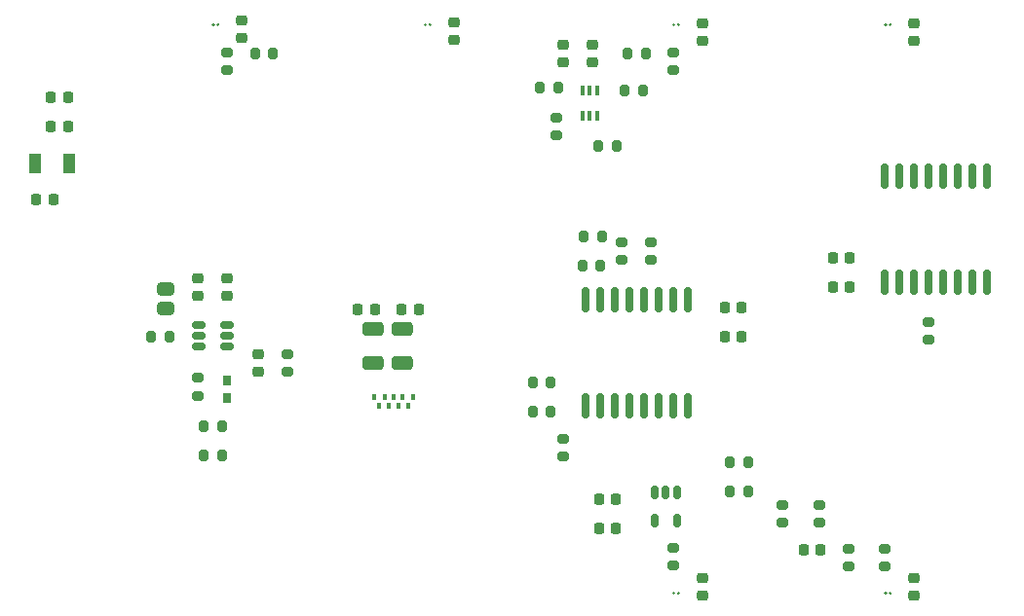
<source format=gbr>
G04*
G04 #@! TF.GenerationSoftware,Altium Limited,Altium Designer,24.8.2 (39)*
G04*
G04 Layer_Color=128*
%FSLAX25Y25*%
%MOIN*%
G70*
G04*
G04 #@! TF.SameCoordinates,D82A07EB-257E-4463-BA9E-A140894E8D54*
G04*
G04*
G04 #@! TF.FilePolarity,Positive*
G04*
G01*
G75*
G04:AMPARAMS|DCode=29|XSize=32.28mil|YSize=38.58mil|CornerRadius=8.23mil|HoleSize=0mil|Usage=FLASHONLY|Rotation=180.000|XOffset=0mil|YOffset=0mil|HoleType=Round|Shape=RoundedRectangle|*
%AMROUNDEDRECTD29*
21,1,0.03228,0.02212,0,0,180.0*
21,1,0.01582,0.03858,0,0,180.0*
1,1,0.01647,-0.00791,0.01106*
1,1,0.01647,0.00791,0.01106*
1,1,0.01647,0.00791,-0.01106*
1,1,0.01647,-0.00791,-0.01106*
%
%ADD29ROUNDEDRECTD29*%
G04:AMPARAMS|DCode=35|XSize=34.25mil|YSize=38.19mil|CornerRadius=8.73mil|HoleSize=0mil|Usage=FLASHONLY|Rotation=90.000|XOffset=0mil|YOffset=0mil|HoleType=Round|Shape=RoundedRectangle|*
%AMROUNDEDRECTD35*
21,1,0.03425,0.02072,0,0,90.0*
21,1,0.01678,0.03819,0,0,90.0*
1,1,0.01747,0.01036,0.00839*
1,1,0.01747,0.01036,-0.00839*
1,1,0.01747,-0.01036,-0.00839*
1,1,0.01747,-0.01036,0.00839*
%
%ADD35ROUNDEDRECTD35*%
G04:AMPARAMS|DCode=36|XSize=34.25mil|YSize=38.19mil|CornerRadius=8.73mil|HoleSize=0mil|Usage=FLASHONLY|Rotation=0.000|XOffset=0mil|YOffset=0mil|HoleType=Round|Shape=RoundedRectangle|*
%AMROUNDEDRECTD36*
21,1,0.03425,0.02072,0,0,0.0*
21,1,0.01678,0.03819,0,0,0.0*
1,1,0.01747,0.00839,-0.01036*
1,1,0.01747,-0.00839,-0.01036*
1,1,0.01747,-0.00839,0.01036*
1,1,0.01747,0.00839,0.01036*
%
%ADD36ROUNDEDRECTD36*%
G04:AMPARAMS|DCode=39|XSize=32.28mil|YSize=38.58mil|CornerRadius=8.23mil|HoleSize=0mil|Usage=FLASHONLY|Rotation=270.000|XOffset=0mil|YOffset=0mil|HoleType=Round|Shape=RoundedRectangle|*
%AMROUNDEDRECTD39*
21,1,0.03228,0.02212,0,0,270.0*
21,1,0.01582,0.03858,0,0,270.0*
1,1,0.01647,-0.01106,-0.00791*
1,1,0.01647,-0.01106,0.00791*
1,1,0.01647,0.01106,0.00791*
1,1,0.01647,0.01106,-0.00791*
%
%ADD39ROUNDEDRECTD39*%
G04:AMPARAMS|DCode=90|XSize=45.67mil|YSize=23.62mil|CornerRadius=5.91mil|HoleSize=0mil|Usage=FLASHONLY|Rotation=180.000|XOffset=0mil|YOffset=0mil|HoleType=Round|Shape=RoundedRectangle|*
%AMROUNDEDRECTD90*
21,1,0.04567,0.01181,0,0,180.0*
21,1,0.03386,0.02362,0,0,180.0*
1,1,0.01181,-0.01693,0.00591*
1,1,0.01181,0.01693,0.00591*
1,1,0.01181,0.01693,-0.00591*
1,1,0.01181,-0.01693,-0.00591*
%
%ADD90ROUNDEDRECTD90*%
G04:AMPARAMS|DCode=91|XSize=33.47mil|YSize=13.78mil|CornerRadius=3.45mil|HoleSize=0mil|Usage=FLASHONLY|Rotation=90.000|XOffset=0mil|YOffset=0mil|HoleType=Round|Shape=RoundedRectangle|*
%AMROUNDEDRECTD91*
21,1,0.03347,0.00689,0,0,90.0*
21,1,0.02657,0.01378,0,0,90.0*
1,1,0.00689,0.00345,0.01329*
1,1,0.00689,0.00345,-0.01329*
1,1,0.00689,-0.00345,-0.01329*
1,1,0.00689,-0.00345,0.01329*
%
%ADD91ROUNDEDRECTD91*%
G04:AMPARAMS|DCode=92|XSize=47.24mil|YSize=24.02mil|CornerRadius=5.88mil|HoleSize=0mil|Usage=FLASHONLY|Rotation=90.000|XOffset=0mil|YOffset=0mil|HoleType=Round|Shape=RoundedRectangle|*
%AMROUNDEDRECTD92*
21,1,0.04724,0.01225,0,0,90.0*
21,1,0.03548,0.02402,0,0,90.0*
1,1,0.01177,0.00612,0.01774*
1,1,0.01177,0.00612,-0.01774*
1,1,0.01177,-0.00612,-0.01774*
1,1,0.01177,-0.00612,0.01774*
%
%ADD92ROUNDEDRECTD92*%
G04:AMPARAMS|DCode=93|XSize=84.65mil|YSize=25.59mil|CornerRadius=6.27mil|HoleSize=0mil|Usage=FLASHONLY|Rotation=270.000|XOffset=0mil|YOffset=0mil|HoleType=Round|Shape=RoundedRectangle|*
%AMROUNDEDRECTD93*
21,1,0.08465,0.01305,0,0,270.0*
21,1,0.07211,0.02559,0,0,270.0*
1,1,0.01254,-0.00653,-0.03605*
1,1,0.01254,-0.00653,0.03605*
1,1,0.01254,0.00653,0.03605*
1,1,0.01254,0.00653,-0.03605*
%
%ADD93ROUNDEDRECTD93*%
G04:AMPARAMS|DCode=94|XSize=42.91mil|YSize=68.9mil|CornerRadius=9.87mil|HoleSize=0mil|Usage=FLASHONLY|Rotation=180.000|XOffset=0mil|YOffset=0mil|HoleType=Round|Shape=RoundedRectangle|*
%AMROUNDEDRECTD94*
21,1,0.04291,0.04916,0,0,180.0*
21,1,0.02317,0.06890,0,0,180.0*
1,1,0.01974,-0.01159,0.02458*
1,1,0.01974,0.01159,0.02458*
1,1,0.01974,0.01159,-0.02458*
1,1,0.01974,-0.01159,-0.02458*
%
%ADD94ROUNDEDRECTD94*%
G04:AMPARAMS|DCode=95|XSize=34.06mil|YSize=28.35mil|CornerRadius=7.09mil|HoleSize=0mil|Usage=FLASHONLY|Rotation=90.000|XOffset=0mil|YOffset=0mil|HoleType=Round|Shape=RoundedRectangle|*
%AMROUNDEDRECTD95*
21,1,0.03406,0.01417,0,0,90.0*
21,1,0.01988,0.02835,0,0,90.0*
1,1,0.01417,0.00709,0.00994*
1,1,0.01417,0.00709,-0.00994*
1,1,0.01417,-0.00709,-0.00994*
1,1,0.01417,-0.00709,0.00994*
%
%ADD95ROUNDEDRECTD95*%
%ADD96R,0.01181X0.01968*%
G04:AMPARAMS|DCode=98|XSize=45.67mil|YSize=71.65mil|CornerRadius=9.82mil|HoleSize=0mil|Usage=FLASHONLY|Rotation=90.000|XOffset=0mil|YOffset=0mil|HoleType=Round|Shape=RoundedRectangle|*
%AMROUNDEDRECTD98*
21,1,0.04567,0.05202,0,0,90.0*
21,1,0.02603,0.07165,0,0,90.0*
1,1,0.01964,0.02601,0.01302*
1,1,0.01964,0.02601,-0.01302*
1,1,0.01964,-0.02601,-0.01302*
1,1,0.01964,-0.02601,0.01302*
%
%ADD98ROUNDEDRECTD98*%
G04:AMPARAMS|DCode=99|XSize=43.7mil|YSize=57.87mil|CornerRadius=9.83mil|HoleSize=0mil|Usage=FLASHONLY|Rotation=90.000|XOffset=0mil|YOffset=0mil|HoleType=Round|Shape=RoundedRectangle|*
%AMROUNDEDRECTD99*
21,1,0.04370,0.03821,0,0,90.0*
21,1,0.02404,0.05787,0,0,90.0*
1,1,0.01967,0.01910,0.01202*
1,1,0.01967,0.01910,-0.01202*
1,1,0.01967,-0.01910,-0.01202*
1,1,0.01967,-0.01910,0.01202*
%
%ADD99ROUNDEDRECTD99*%
%ADD111C,0.00504*%
D29*
X173051Y302500D02*
D03*
X166949D02*
D03*
X173051Y312500D02*
D03*
X166949D02*
D03*
X318051Y440000D02*
D03*
X311949D02*
D03*
X317051Y427500D02*
D03*
X310949D02*
D03*
X281949Y428500D02*
D03*
X288051D02*
D03*
X184449Y440000D02*
D03*
X190551D02*
D03*
X346949Y300000D02*
D03*
X353051D02*
D03*
X279449Y327500D02*
D03*
X285551D02*
D03*
X296949Y377500D02*
D03*
X303051D02*
D03*
X285551Y317500D02*
D03*
X279449D02*
D03*
X296398Y367500D02*
D03*
X302500D02*
D03*
X308051Y408500D02*
D03*
X301949D02*
D03*
X353051Y290000D02*
D03*
X346949D02*
D03*
X155051Y343000D02*
D03*
X148949D02*
D03*
D35*
X337500Y260453D02*
D03*
Y254547D02*
D03*
X185390Y331047D02*
D03*
Y336953D02*
D03*
X165000Y357047D02*
D03*
Y362953D02*
D03*
X175000Y357047D02*
D03*
Y362953D02*
D03*
X290000Y442953D02*
D03*
Y437047D02*
D03*
X300000Y442953D02*
D03*
Y437047D02*
D03*
X337500Y444547D02*
D03*
Y450453D02*
D03*
X410000Y444547D02*
D03*
Y450453D02*
D03*
X252500Y444787D02*
D03*
Y450693D02*
D03*
X180000Y445547D02*
D03*
Y451453D02*
D03*
X410000Y260453D02*
D03*
Y254547D02*
D03*
D36*
X114547Y415000D02*
D03*
X120453D02*
D03*
X114547Y425000D02*
D03*
X120453D02*
D03*
X109547Y390000D02*
D03*
X115453D02*
D03*
X372047Y270000D02*
D03*
X377953D02*
D03*
X307953Y287500D02*
D03*
X302047D02*
D03*
X307953Y277500D02*
D03*
X302047D02*
D03*
X382047Y360000D02*
D03*
X387953D02*
D03*
X382047Y370000D02*
D03*
X387953D02*
D03*
X234547Y352500D02*
D03*
X240453D02*
D03*
X225453D02*
D03*
X219547D02*
D03*
X350953Y353000D02*
D03*
X345047D02*
D03*
Y343000D02*
D03*
X350953D02*
D03*
D39*
X165000Y328942D02*
D03*
Y322839D02*
D03*
X195390Y330949D02*
D03*
Y337051D02*
D03*
X327500Y440551D02*
D03*
Y434449D02*
D03*
X175000Y440551D02*
D03*
Y434449D02*
D03*
X365000Y279449D02*
D03*
Y285551D02*
D03*
X377500D02*
D03*
Y279449D02*
D03*
X387500Y264449D02*
D03*
Y270551D02*
D03*
X327500Y270880D02*
D03*
Y264778D02*
D03*
X290000Y301949D02*
D03*
Y308051D02*
D03*
X310000Y375551D02*
D03*
Y369449D02*
D03*
X287500Y418051D02*
D03*
Y411949D02*
D03*
X320000Y375551D02*
D03*
Y369449D02*
D03*
X400000Y264449D02*
D03*
Y270551D02*
D03*
X415000Y348051D02*
D03*
Y341949D02*
D03*
D90*
X165157Y347131D02*
D03*
Y343390D02*
D03*
Y339650D02*
D03*
X174843D02*
D03*
Y343390D02*
D03*
Y347131D02*
D03*
D91*
X301559Y427331D02*
D03*
X299000D02*
D03*
X296441D02*
D03*
X299000Y418669D02*
D03*
X296441D02*
D03*
X301559D02*
D03*
D92*
X321260Y289843D02*
D03*
X325000D02*
D03*
X328740D02*
D03*
Y280157D02*
D03*
X321260D02*
D03*
D93*
X332500Y319370D02*
D03*
X327500D02*
D03*
X322500D02*
D03*
X317500D02*
D03*
X312500D02*
D03*
X307500D02*
D03*
X302500D02*
D03*
X297500D02*
D03*
Y355630D02*
D03*
X302500D02*
D03*
X307500D02*
D03*
X312500D02*
D03*
X317500D02*
D03*
X322500D02*
D03*
X327500D02*
D03*
X332500D02*
D03*
X400000Y398130D02*
D03*
X405000D02*
D03*
X410000D02*
D03*
X415000D02*
D03*
X420000D02*
D03*
X425000D02*
D03*
X430000D02*
D03*
X435000D02*
D03*
Y361870D02*
D03*
X430000D02*
D03*
X425000D02*
D03*
X420000D02*
D03*
X415000D02*
D03*
X410000D02*
D03*
X405000D02*
D03*
X400000D02*
D03*
D94*
X109173Y402500D02*
D03*
X120827D02*
D03*
D95*
X175000Y328020D02*
D03*
Y321980D02*
D03*
D96*
X226732Y319350D02*
D03*
X230276D02*
D03*
X233425D02*
D03*
X236968D02*
D03*
X238543Y322500D02*
D03*
X235000D02*
D03*
X231850D02*
D03*
X228701D02*
D03*
X225157D02*
D03*
D98*
X225000Y345807D02*
D03*
Y334193D02*
D03*
X235000Y345807D02*
D03*
Y334193D02*
D03*
D99*
X154000Y359347D02*
D03*
Y352654D02*
D03*
D111*
X327933Y255200D02*
G03*
X327933Y255200I-252J0D01*
G01*
X329571D02*
G03*
X329571Y255200I-252J0D01*
G01*
X327933Y450000D02*
G03*
X327933Y450000I-252J0D01*
G01*
X329571D02*
G03*
X329571Y450000I-252J0D01*
G01*
X402071D02*
G03*
X402071Y450000I-252J0D01*
G01*
X400433D02*
G03*
X400433Y450000I-252J0D01*
G01*
X244571D02*
G03*
X244571Y450000I-252J0D01*
G01*
X242933D02*
G03*
X242933Y450000I-252J0D01*
G01*
X172071D02*
G03*
X172071Y450000I-252J0D01*
G01*
X170433D02*
G03*
X170433Y450000I-252J0D01*
G01*
X400433Y255200D02*
G03*
X400433Y255200I-252J0D01*
G01*
X402071D02*
G03*
X402071Y255200I-252J0D01*
G01*
M02*

</source>
